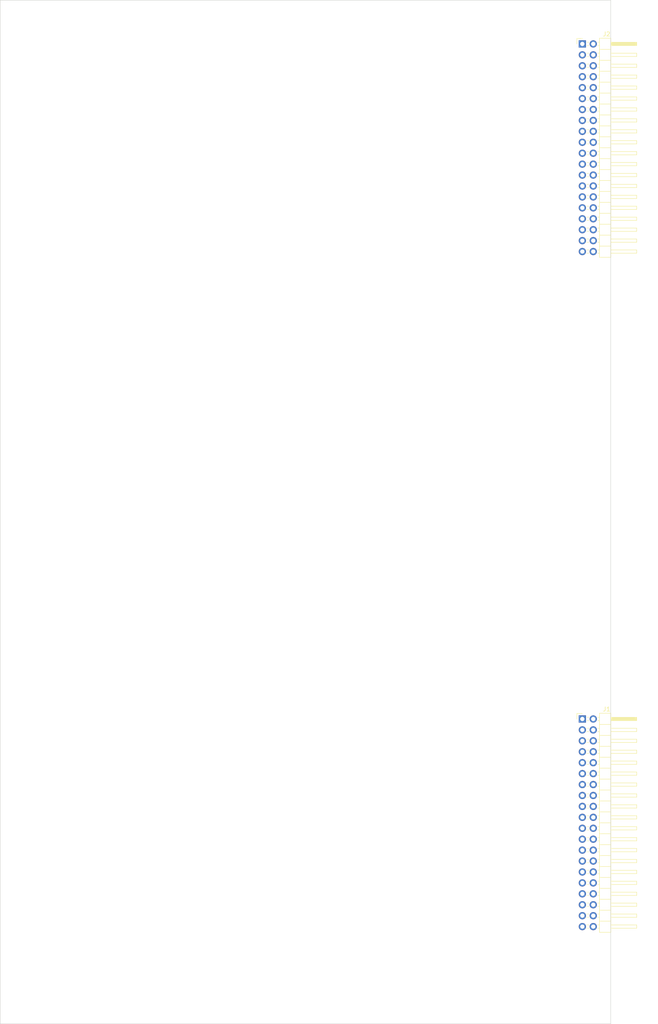
<source format=kicad_pcb>
(kicad_pcb (version 20201220) (generator pcbnew)
  (layers (0 "F.Cu" signal) (31 "B.Cu" signal) (34 "B.Paste" user) (35 "F.Paste" user) (36 "B.SilkS" user "B.Silkscreen") (37 "F.SilkS" user "F.Silkscreen") (38 "B.Mask" user) (39 "F.Mask" user) (44 "Edge.Cuts" user))
  (net 0 "")
  (net 1 "no_connect_35")
  (net 2 "no_connect_33")
  (net 3 "no_connect_32")
  (net 4 "no_connect_31")
  (net 5 "no_connect_30")
  (net 6 "no_connect_29")
  (net 7 "no_connect_28")
  (net 8 "no_connect_27")
  (net 9 "no_connect_26")
  (net 10 "no_connect_25")
  (net 11 "no_connect_24")
  (net 12 "no_connect_22")
  (net 13 "no_connect_21")
  (net 14 "no_connect_20")
  (net 15 "no_connect_19")
  (net 16 "no_connect_18")
  (net 17 "no_connect_17")
  (net 18 "no_connect_16")
  (net 19 "no_connect_15")
  (net 20 "no_connect_14")
  (net 21 "no_connect_13")
  (net 22 "no_connect_11")
  (net 23 "no_connect_10")
  (net 24 "no_connect_9")
  (net 25 "no_connect_8")
  (net 26 "no_connect_7")
  (net 27 "no_connect_6")
  (net 28 "no_connect_5")
  (net 29 "no_connect_4")
  (net 30 "no_connect_3")
  (net 31 "no_connect_2")
  (net 32 "no_connect_40")
  (net 33 "no_connect_39")
  (net 34 "no_connect_38")
  (net 35 "no_connect_37")
  (net 36 "no_connect_36")
  (net 37 "no_connect_34")
  (net 38 "no_connect_23")
  (net 39 "no_connect_12")
  (net 40 "no_connect_1")
  (net 41 "no_connect_75")
  (net 42 "no_connect_73")
  (net 43 "no_connect_72")
  (net 44 "no_connect_71")
  (net 45 "no_connect_70")
  (net 46 "no_connect_69")
  (net 47 "no_connect_68")
  (net 48 "no_connect_67")
  (net 49 "no_connect_66")
  (net 50 "no_connect_65")
  (net 51 "no_connect_64")
  (net 52 "no_connect_62")
  (net 53 "no_connect_61")
  (net 54 "no_connect_60")
  (net 55 "no_connect_59")
  (net 56 "no_connect_58")
  (net 57 "no_connect_57")
  (net 58 "no_connect_56")
  (net 59 "no_connect_55")
  (net 60 "no_connect_54")
  (net 61 "no_connect_53")
  (net 62 "no_connect_51")
  (net 63 "no_connect_50")
  (net 64 "no_connect_49")
  (net 65 "no_connect_48")
  (net 66 "no_connect_47")
  (net 67 "no_connect_46")
  (net 68 "no_connect_45")
  (net 69 "no_connect_44")
  (net 70 "no_connect_43")
  (net 71 "no_connect_42")
  (net 72 "no_connect_80")
  (net 73 "no_connect_79")
  (net 74 "no_connect_78")
  (net 75 "no_connect_77")
  (net 76 "no_connect_76")
  (net 77 "no_connect_74")
  (net 78 "no_connect_63")
  (net 79 "no_connect_52")
  (net 80 "no_connect_41")
  (footprint "Connector_PinHeader_2.54mm:PinHeader_2x20_P2.54mm_Horizontal" (layer "F.Cu") (at 135.48 167.06)
    (fp_text reference "J1" (at 5.655 -2.27) (layer "F.SilkS"))
    (fp_text value "Conn_02x20_Counter_Clockwise")
    (fp_line (start 3.582929 9.78) (end 3.98 9.78) (layer "F.SilkS") (width 0.12))
    (fp_line (start 3.98 8.89) (end 6.64 8.89) (layer "F.SilkS") (width 0.12))
    (fp_line (start 12.64 47.88) (end 12.64 48.64) (layer "F.SilkS") (width 0.12))
    (fp_line (start 6.64 49.59) (end 6.64 -1.33) (layer "F.SilkS") (width 0.12))
    (fp_line (start 12.64 33.4) (end 6.64 33.4) (layer "F.SilkS") (width 0.12))
    (fp_line (start 12.64 7.24) (end 12.64 8) (layer "F.SilkS") (width 0.12))
    (fp_line (start 12.64 30.86) (end 6.64 30.86) (layer "F.SilkS") (width 0.12))
    (fp_line (start 6.64 32.64) (end 12.64 32.64) (layer "F.SilkS") (width 0.12))
    (fp_line (start 12.64 0.38) (end 6.64 0.38) (layer "F.SilkS") (width 0.12))
    (fp_line (start 1.042929 37.72) (end 1.497071 37.72) (layer "F.SilkS") (width 0.12))
    (fp_line (start 3.582929 32.64) (end 3.98 32.64) (layer "F.SilkS") (width 0.12))
    (fp_line (start 12.64 43.56) (end 6.64 43.56) (layer "F.SilkS") (width 0.12))
    (fp_line (start 3.582929 8) (end 3.98 8) (layer "F.SilkS") (width 0.12))
    (fp_line (start 1.042929 48.64) (end 1.497071 48.64) (layer "F.SilkS") (width 0.12))
    (fp_line (start 6.64 47.88) (end 12.64 47.88) (layer "F.SilkS") (width 0.12))
    (fp_line (start 1.042929 45.34) (end 1.497071 45.34) (layer "F.SilkS") (width 0.12))
    (fp_line (start 1.042929 19.94) (end 1.497071 19.94) (layer "F.SilkS") (width 0.12))
    (fp_line (start 1.042929 38.48) (end 1.497071 38.48) (layer "F.SilkS") (width 0.12))
    (fp_line (start 3.98 21.59) (end 6.64 21.59) (layer "F.SilkS") (width 0.12))
    (fp_line (start 3.582929 25.02) (end 3.98 25.02) (layer "F.SilkS") (width 0.12))
    (fp_line (start 6.64 9.78) (end 12.64 9.78) (layer "F.SilkS") (width 0.12))
    (fp_line (start 3.582929 25.78) (end 3.98 25.78) (layer "F.SilkS") (width 0.12))
    (fp_line (start 6.64 42.8) (end 12.64 42.8) (layer "F.SilkS") (width 0.12))
    (fp_line (start 12.64 38.48) (end 6.64 38.48) (layer "F.SilkS") (width 0.12))
    (fp_line (start 12.64 45.34) (end 12.64 46.1) (layer "F.SilkS") (width 0.12))
    (fp_line (start 1.042929 40.26) (end 1.497071 40.26) (layer "F.SilkS") (width 0.12))
    (fp_line (start 12.64 41.02) (end 6.64 41.02) (layer "F.SilkS") (width 0.12))
    (fp_line (start 12.64 13.08) (end 6.64 13.08) (layer "F.SilkS") (width 0.12))
    (fp_line (start 3.582929 0.38) (end 3.98 0.38) (layer "F.SilkS") (width 0.12))
    (fp_line (start 3.98 46.99) (end 6.64 46.99) (layer "F.SilkS") (width 0.12))
    (fp_line (start 3.582929 2.16) (end 3.98 2.16) (layer "F.SilkS") (width 0.12))
    (fp_line (start 1.042929 10.54) (end 1.497071 10.54) (layer "F.SilkS") (width 0.12))
    (fp_line (start 6.64 14.86) (end 12.64 14.86) (layer "F.SilkS") (width 0.12))
    (fp_line (start 3.98 3.81) (end 6.64 3.81) (layer "F.SilkS") (width 0.12))
    (fp_line (start 6.64 -0.2) (end 12.64 -0.2) (layer "F.SilkS") (width 0.12))
    (fp_line (start 6.64 0.28) (end 12.64 0.28) (layer "F.SilkS") (width 0.12))
    (fp_line (start 6.64 17.4) (end 12.64 17.4) (layer "F.SilkS") (width 0.12))
    (fp_line (start 1.042929 25.78) (end 1.497071 25.78) (layer "F.SilkS") (width 0.12))
    (fp_line (start 6.64 37.72) (end 12.64 37.72) (layer "F.SilkS") (width 0.12))
    (fp_line (start 1.042929 33.4) (end 1.497071 33.4) (layer "F.SilkS") (width 0.12))
    (fp_line (start 1.042929 43.56) (end 1.497071 43.56) (layer "F.SilkS") (width 0.12))
    (fp_line (start 3.98 24.13) (end 6.64 24.13) (layer "F.SilkS") (width 0.12))
    (fp_line (start 1.042929 8) (end 1.497071 8) (layer "F.SilkS") (width 0.12))
    (fp_line (start 12.64 -0.38) (end 12.64 0.38) (layer "F.SilkS") (width 0.12))
    (fp_line (start 1.042929 22.48) (end 1.497071 22.48) (layer "F.SilkS") (width 0.12))
    (fp_line (start 3.98 16.51) (end 6.64 16.51) (layer "F.SilkS") (width 0.12))
    (fp_line (start 1.042929 41.02) (end 1.497071 41.02) (layer "F.SilkS") (width 0.12))
    (fp_line (start 6.64 -1.33) (end 3.98 -1.33) (layer "F.SilkS") (width 0.12))
    (fp_line (start 1.042929 46.1) (end 1.497071 46.1) (layer "F.SilkS") (width 0.12))
    (fp_line (start 6.64 30.1) (end 12.64 30.1) (layer "F.SilkS") (width 0.12))
    (fp_line (start 12.64 25.02) (end 12.64 25.78) (layer "F.SilkS") (width 0.12))
    (fp_line (start 1.042929 14.86) (end 1.497071 14.86) (layer "F.SilkS") (width 0.12))
    (fp_line (start 1.042929 5.46) (end 1.497071 5.46) (layer "F.SilkS") (width 0.12))
    (fp_line (start 3.582929 10.54) (end 3.98 10.54) (layer "F.SilkS") (width 0.12))
    (fp_line (start 3.582929 7.24) (end 3.98 7.24) (layer "F.SilkS") (width 0.12))
    (fp_line (start 1.042929 35.18) (end 1.497071 35.18) (layer "F.SilkS") (width 0.12))
    (fp_line (start 3.582929 35.94) (end 3.98 35.94) (layer "F.SilkS") (width 0.12))
    (fp_line (start 6.64 35.18) (end 12.64 35.18) (layer "F.SilkS") (width 0.12))
    (fp_line (start 12.64 17.4) (end 12.64 18.16) (layer "F.SilkS") (width 0.12))
    (fp_line (start 12.64 4.7) (end 12.64 5.46) (layer "F.SilkS") (width 0.12))
    (fp_line (start 1.042929 20.7) (end 1.497071 20.7) (layer "F.SilkS") (width 0.12))
    (fp_line (start 12.64 42.8) (end 12.64 43.56) (layer "F.SilkS") (width 0.12))
    (fp_line (start 3.582929 42.8) (end 3.98 42.8) (layer "F.SilkS") (width 0.12))
    (fp_line (start 3.582929 18.16) (end 3.98 18.16) (layer "F.SilkS") (width 0.12))
    (fp_line (start 3.582929 27.56) (end 3.98 27.56) (layer "F.SilkS") (width 0.12))
    (fp_line (start 12.64 35.94) (end 6.64 35.94) (layer "F.SilkS") (width 0.12))
    (fp_line (start 3.582929 45.34) (end 3.98 45.34) (layer "F.SilkS") (width 0.12))
    (fp_line (start 3.98 11.43) (end 6.64 11.43) (layer "F.SilkS") (width 0.12))
    (fp_line (start 6.64 40.26) (end 12.64 40.26) (layer "F.SilkS") (width 0.12))
    (fp_line (start 3.582929 14.86) (end 3.98 14.86) (layer "F.SilkS") (width 0.12))
    (fp_line (start 3.582929 43.56) (end 3.98 43.56) (layer "F.SilkS") (width 0.12))
    (fp_line (start 1.042929 23.24) (end 1.497071 23.24) (layer "F.SilkS") (width 0.12))
    (fp_line (start 1.042929 13.08) (end 1.497071 13.08) (layer "F.SilkS") (width 0.12))
    (fp_line (start 12.64 32.64) (end 12.64 33.4) (layer "F.SilkS") (width 0.12))
    (fp_line (start 3.582929 12.32) (end 3.98 12.32) (layer "F.SilkS") (width 0.12))
    (fp_line (start 3.98 41.91) (end 6.64 41.91) (layer "F.SilkS") (width 0.12))
    (fp_line (start 3.582929 47.88) (end 3.98 47.88) (layer "F.SilkS") (width 0.12))
    (fp_line (start 12.64 2.16) (end 12.64 2.92) (layer "F.SilkS") (width 0.12))
    (fp_line (start 3.582929 5.46) (end 3.98 5.46) (layer "F.SilkS") (width 0.12))
    (fp_line (start 3.582929 28.32) (end 3.98 28.32) (layer "F.SilkS") (width 0.12))
    (fp_line (start 12.64 27.56) (end 12.64 28.32) (layer "F.SilkS") (width 0.12))
    (fp_line (start 3.582929 4.7) (end 3.98 4.7) (layer "F.SilkS") (width 0.12))
    (fp_line (start 6.64 45.34) (end 12.64 45.34) (layer "F.SilkS") (width 0.12))
    (fp_line (start 3.98 6.35) (end 6.64 6.35) (layer "F.SilkS") (width 0.12))
    (fp_line (start 3.582929 37.72) (end 3.98 37.72) (layer "F.SilkS") (width 0.12))
    (fp_line (start 6.64 7.24) (end 12.64 7.24) (layer "F.SilkS") (width 0.12))
    (fp_line (start 6.64 -0.38) (end 12.64 -0.38) (layer "F.SilkS") (width 0.12))
    (fp_line (start 1.042929 7.24) (end 1.497071 7.24) (layer "F.SilkS") (width 0.12))
    (fp_line (start 1.042929 47.88) (end 1.497071 47.88) (layer "F.SilkS") (width 0.12))
    (fp_line (start 3.98 -1.33) (end 3.98 49.59) (layer "F.SilkS") (width 0.12))
    (fp_line (start 3.98 26.67) (end 6.64 26.67) (layer "F.SilkS") (width 0.12))
    (fp_line (start 6.64 27.56) (end 12.64 27.56) (layer "F.SilkS") (width 0.12))
    (fp_line (start 3.582929 13.08) (end 3.98 13.08) (layer "F.SilkS") (width 0.12))
    (fp_line (start 1.042929 17.4) (end 1.497071 17.4) (layer "F.SilkS") (width 0.12))
    (fp_line (start 3.582929 35.18) (end 3.98 35.18) (layer "F.SilkS") (width 0.12))
    (fp_line (start 3.582929 30.1) (end 3.98 30.1) (layer "F.SilkS") (width 0.12))
    (fp_line (start 1.042929 27.56) (end 1.497071 27.56) (layer "F.SilkS") (width 0.12))
    (fp_line (start 1.042929 42.8) (end 1.497071 42.8) (layer "F.SilkS") (width 0.12))
    (fp_line (start 1.042929 32.64) (end 1.497071 32.64) (layer "F.SilkS") (width 0.12))
    (fp_line (start 3.582929 15.62) (end 3.98 15.62) (layer "F.SilkS") (width 0.12))
    (fp_line (start 3.582929 41.02) (end 3.98 41.02) (layer "F.SilkS") (width 0.12))
    (fp_line (start 3.582929 48.64) (end 3.98 48.64) (layer "F.SilkS") (width 0.12))
    (fp_line (start 1.042929 30.1) (end 1.497071 30.1) (layer "F.SilkS") (width 0.12))
    (fp_line (start 12.64 10.54) (end 6.64 10.54) (layer "F.SilkS") (width 0.12))
    (fp_line (start -1.27 -1.27) (end 0 -1.27) (layer "F.SilkS") (width 0.12))
    (fp_line (start 3.98 39.37) (end 6.64 39.37) (layer "F.SilkS") (width 0.12))
    (fp_line (start 3.582929 46.1) (end 3.98 46.1) (layer "F.SilkS") (width 0.12))
    (fp_line (start 3.98 34.29) (end 6.64 34.29) (layer "F.SilkS") (width 0.12))
    (fp_line (start 3.98 44.45) (end 6.64 44.45) (layer "F.SilkS") (width 0.12))
    (fp_line (start 12.64 35.18) (end 12.64 35.94) (layer "F.SilkS") (width 0.12))
    (fp_line (start 6.64 2.16) (end 12.64 2.16) (layer "F.SilkS") (width 0.12))
    (fp_line (start 6.64 19.94) (end 12.64 19.94) (layer "F.SilkS") (width 0.12))
    (fp_line (start 1.042929 28.32) (end 1.497071 28.32) (layer "F.SilkS") (width 0.12))
    (fp_line (start 3.98 13.97) (end 6.64 13.97) (layer "F.SilkS") (width 0.12))
    (fp_line (start 6.64 0.04) (end 12.64 0.04) (layer "F.SilkS") (width 0.12))
    (fp_line (start 12.64 9.78) (end 12.64 10.54) (layer "F.SilkS") (width 0.12))
    (fp_line (start 1.042929 15.62) (end 1.497071 15.62) (layer "F.SilkS") (width 0.12))
    (fp_line (start 3.582929 2.92) (end 3.98 2.92) (layer "F.SilkS") (width 0.12))
    (fp_line (start 1.042929 25.02) (end 1.497071 25.02) (layer "F.SilkS") (width 0.12))
    (fp_line (start 3.582929 30.86) (end 3.98 30.86) (layer "F.SilkS") (width 0.12))
    (fp_line (start 12.64 19.94) (end 12.64 20.7) (layer "F.SilkS") (width 0.12))
    (fp_line (start 12.64 40.26) (end 12.64 41.02) (layer "F.SilkS") (width 0.12))
    (fp_line (start 1.042929 4.7) (end 1.497071 4.7) (layer "F.SilkS") (width 0.12))
    (fp_line (start 3.582929 20.7) (end 3.98 20.7) (layer "F.SilkS") (width 0.12))
    (fp_line (start 6.64 25.02) (end 12.64 25.02) (layer "F.SilkS") (width 0.12))
    (fp_line (start 3.98 29.21) (end 6.64 29.21) (layer "F.SilkS") (width 0.12))
    (fp_line (start 1.11 -0.38) (end 1.497071 -0.38) (layer "F.SilkS") (width 0.12))
    (fp_line (start 12.64 2.92) (end 6.64 2.92) (layer "F.SilkS") (width 0.12))
    (fp_line (start 12.64 37.72) (end 12.64 38.48) (layer "F.SilkS") (width 0.12))
    (fp_line (start 6.64 -0.08) (end 12.64 -0.08) (layer "F.SilkS") (width 0.12))
    (fp_line (start 12.64 18.16) (end 6.64 18.16) (layer "F.SilkS") (width 0.12))
    (fp_line (start 1.042929 2.16) (end 1.497071 2.16) (layer "F.SilkS") (width 0.12))
    (fp_line (start 12.64 22.48) (end 12.64 23.24) (layer "F.SilkS") (width 0.12))
    (fp_line (start 3.582929 40.26) (end 3.98 40.26) (layer "F.SilkS") (width 0.12))
    (fp_line (start 3.582929 23.24) (end 3.98 23.24) (layer "F.SilkS") (width 0.12))
    (fp_line (start 1.042929 2.92) (end 1.497071 2.92) (layer "F.SilkS") (width 0.12))
    (fp_line (start 6.64 -0.32) (end 12.64 -0.32) (layer "F.SilkS") (width 0.12))
    (fp_line (start 3.98 36.83) (end 6.64 36.83) (layer "F.SilkS") (width 0.12))
    (fp_line (start 3.582929 17.4) (end 3.98 17.4) (layer "F.SilkS") (width 0.12))
    (fp_line (start 12.64 15.62) (end 6.64 15.62) (layer "F.SilkS") (width 0.12))
    (fp_line (start 3.98 31.75) (end 6.64 31.75) (layer "F.SilkS") (width 0.12))
    (fp_line (start 1.11 0.38) (end 1.497071 0.38) (layer "F.SilkS") (width 0.12))
    (fp_line (start 3.98 19.05) (end 6.64 19.05) (layer "F.SilkS") (width 0.12))
    (fp_line (start 12.64 14.86) (end 12.64 15.62) (layer "F.SilkS") (width 0.12))
    (fp_line (start 6.64 22.48) (end 12.64 22.48) (layer "F.SilkS") (width 0.12))
    (fp_line (start 12.64 20.7) (end 6.64 20.7) (layer "F.SilkS") (width 0.12))
    (fp_line (start 3.582929 38.48) (end 3.98 38.48) (layer "F.SilkS") (width 0.12))
    (fp_line (start 1.042929 35.94) (end 1.497071 35.94) (layer "F.SilkS") (width 0.12))
    (fp_line (start 12.64 25.78) (end 6.64 25.78) (layer "F.SilkS") (width 0.12))
    (fp_line (start 1.042929 18.16) (end 1.497071 18.16) (layer "F.SilkS") (width 0.12))
    (fp_line (start -1.27 0) (end -1.27 -1.27) (layer "F.SilkS") (width 0.12))
    (fp_line (start 6.64 12.32) (end 12.64 12.32) (layer "F.SilkS") (width 0.12))
    (fp_line (start 3.582929 22.48) (end 3.98 22.48) (layer "F.SilkS") (width 0.12))
    (fp_line (start 12.64 46.1) (end 6.64 46.1) (layer "F.SilkS") (width 0.12))
    (fp_line (start 12.64 5.46) (end 6.64 5.46) (layer "F.SilkS") (width 0.12))
    (fp_line (start 3.98 1.27) (end 6.64 1.27) (layer "F.SilkS") (width 0.12))
    (fp_line (start 6.64 0.16) (end 12.64 0.16) (layer "F.SilkS") (width 0.12))
    (fp_line (start 1.042929 30.86) (end 1.497071 30.86) (layer "F.SilkS") (width 0.12))
    (fp_line (start 12.64 12.32) (end 12.64 13.08) (layer "F.SilkS") (width 0.12))
    (fp_line (start 3.582929 33.4) (end 3.98 33.4) (layer "F.SilkS") (width 0.12))
    (fp_line (start 12.64 30.1) (end 12.64 30.86) (layer "F.SilkS") (width 0.12))
    (fp_line (start 3.582929 -0.38) (end 3.98 -0.38) (layer "F.SilkS") (width 0.12))
    (fp_line (start 6.64 4.7) (end 12.64 4.7) (layer "F.SilkS") (width 0.12))
    (fp_line (start 12.64 48.64) (end 6.64 48.64) (layer "F.SilkS") (width 0.12))
    (fp_line (start 12.64 28.32) (end 6.64 28.32) (layer "F.SilkS") (width 0.12))
    (fp_line (start 3.582929 19.94) (end 3.98 19.94) (layer "F.SilkS") (width 0.12))
    (fp_line (start 1.042929 9.78) (end 1.497071 9.78) (layer "F.SilkS") (width 0.12))
    (fp_line (start 12.64 8) (end 6.64 8) (layer "F.SilkS") (width 0.12))
    (fp_line (start 3.98 49.59) (end 6.64 49.59) (layer "F.SilkS") (width 0.12))
    (fp_line (start 1.042929 12.32) (end 1.497071 12.32) (layer "F.SilkS") (width 0.12))
    (fp_line (start 12.64 23.24) (end 6.64 23.24) (layer "F.SilkS") (width 0.12))
    (pad "1" thru_hole rect (at 0 0) (size 1.7 1.7) (drill 1) (layers *.Cu *.Mask) (net 40 "no_connect_1"))
    (pad "2" thru_hole oval (at 2.54 0) (size 1.7 1.7) (drill 1) (layers *.Cu *.Mask) (net 39 "no_connect_12"))
    (pad "3" thru_hole oval (at 0 2.54) (size 1.7 1.7) (drill 1) (layers *.Cu *.Mask) (net 38 "no_connect_23"))
    (pad "4" thru_hole oval (at 2.54 2.54) (size 1.7 1.7) (drill 1) (layers *.Cu *.Mask) (net 37 "no_connect_34"))
    (pad "5" thru_hole oval (at 0 5.08) (size 1.7 1.7) (drill 1) (layers *.Cu *.Mask) (net 36 "no_connect_36"))
    (pad "6" thru_hole oval (at 2.54 5.08) (size 1.7 1.7) (drill 1) (layers *.Cu *.Mask) (net 35 "no_connect_37"))
    (pad "7" thru_hole oval (at 0 7.62) (size 1.7 1.7) (drill 1) (layers *.Cu *.Mask) (net 34 "no_connect_38"))
    (pad "8" thru_hole oval (at 2.54 7.62) (size 1.7 1.7) (drill 1) (layers *.Cu *.Mask) (net 33 "no_connect_39"))
    (pad "9" thru_hole oval (at 0 10.16) (size 1.7 1.7) (drill 1) (layers *.Cu *.Mask) (net 32 "no_connect_40"))
    (pad "10" thru_hole oval (at 2.54 10.16) (size 1.7 1.7) (drill 1) (layers *.Cu *.Mask) (net 31 "no_connect_2"))
    (pad "11" thru_hole oval (at 0 12.7) (size 1.7 1.7) (drill 1) (layers *.Cu *.Mask) (net 30 "no_connect_3"))
    (pad "12" thru_hole oval (at 2.54 12.7) (size 1.7 1.7) (drill 1) (layers *.Cu *.Mask) (net 29 "no_connect_4"))
    (pad "13" thru_hole oval (at 0 15.24) (size 1.7 1.7) (drill 1) (layers *.Cu *.Mask) (net 28 "no_connect_5"))
    (pad "14" thru_hole oval (at 2.54 15.24) (size 1.7 1.7) (drill 1) (layers *.Cu *.Mask) (net 27 "no_connect_6"))
    (pad "15" thru_hole oval (at 0 17.78) (size 1.7 1.7) (drill 1) (layers *.Cu *.Mask) (net 26 "no_connect_7"))
    (pad "16" thru_hole oval (at 2.54 17.78) (size 1.7 1.7) (drill 1) (layers *.Cu *.Mask) (net 25 "no_connect_8"))
    (pad "17" thru_hole oval (at 0 20.32) (size 1.7 1.7) (drill 1) (layers *.Cu *.Mask) (net 24 "no_connect_9"))
    (pad "18" thru_hole oval (at 2.54 20.32) (size 1.7 1.7) (drill 1) (layers *.Cu *.Mask) (net 23 "no_connect_10"))
    (pad "19" thru_hole oval (at 0 22.86) (size 1.7 1.7) (drill 1) (layers *.Cu *.Mask) (net 22 "no_connect_11"))
    (pad "20" thru_hole oval (at 2.54 22.86) (size 1.7 1.7) (drill 1) (layers *.Cu *.Mask) (net 21 "no_connect_13"))
    (pad "21" thru_hole oval (at 0 25.4) (size 1.7 1.7) (drill 1) (layers *.Cu *.Mask) (net 20 "no_connect_14"))
    (pad "22" thru_hole oval (at 2.54 25.4) (size 1.7 1.7) (drill 1) (layers *.Cu *.Mask) (net 19 "no_connect_15"))
    (pad "23" thru_hole oval (at 0 27.94) (size 1.7 1.7) (drill 1) (layers *.Cu *.Mask) (net 18 "no_connect_16"))
    (pad "24" thru_hole oval (at 2.54 27.94) (size 1.7 1.7) (drill 1) (layers *.Cu *.Mask) (net 17 "no_connect_17"))
    (pad "25" thru_hole oval (at 0 30.48) (size 1.7 1.7) (drill 1) (layers *.Cu *.Mask) (net 16 "no_connect_18"))
    (pad "26" thru_hole oval (at 2.54 30.48) (size 1.7 1.7) (drill 1) (layers *.Cu *.Mask) (net 15 "no_connect_19"))
    (pad "27" thru_hole oval (at 0 33.02) (size 1.7 1.7) (drill 1) (layers *.Cu *.Mask) (net 14 "no_connect_20"))
    (pad "28" thru_hole oval (at 2.54 33.02) (size 1.7 1.7) (drill 1) (layers *.Cu *.Mask) (net 13 "no_connect_21"))
    (pad "29" thru_hole oval (at 0 35.56) (size 1.7 1.7) (drill 1) (layers *.Cu *.Mask) (net 12 "no_connect_22"))
    (pad "30" thru_hole oval (at 2.54 35.56) (size 1.7 1.7) (drill 1) (layers *.Cu *.Mask) (net 11 "no_connect_24"))
    (pad "31" thru_hole oval (at 0 38.1) (size 1.7 1.7) (drill 1) (layers *.Cu *.Mask) (net 10 "no_connect_25"))
    (pad "32" thru_hole oval (at 2.54 38.1) (size 1.7 1.7) (drill 1) (layers *.Cu *.Mask) (net 9 "no_connect_26"))
    (pad "33" thru_hole oval (at 0 40.64) (size 1.7 1.7) (drill 1) (layers *.Cu *.Mask) (net 8 "no_connect_27"))
    (pad "34" thru_hole oval (at 2.54 40.64) (size 1.7 1.7) (drill 1) (layers *.Cu *.Mask) (net 7 "no_connect_28"))
    (pad "35" thru_hole oval (at 0 43.18) (size 1.7 1.7) (drill 1) (layers *.Cu *.Mask) (net 6 "no_connect_29"))
    (pad "36" thru_hole oval (at 2.54 43.18) (size 1.7 1.7) (drill 1) (layers *.Cu *.Mask) (net 5 "no_connect_30"))
    (pad "37" thru_hole oval (at 0 45.72) (size 1.7 1.7) (drill 1) (layers *.Cu *.Mask) (net 4 "no_connect_31"))
    (pad "38" thru_hole oval (at 2.54 45.72) (size 1.7 1.7) (drill 1) (layers *.Cu *.Mask) (net 3 "no_connect_32"))
    (pad "39" thru_hole oval (at 0 48.26) (size 1.7 1.7) (drill 1) (layers *.Cu *.Mask) (net 2 "no_connect_33"))
    (pad "40" thru_hole oval (at 2.54 48.26) (size 1.7 1.7) (drill 1) (layers *.Cu *.Mask) (net 1 "no_connect_35"))
  )
  (footprint "Connector_PinHeader_2.54mm:PinHeader_2x20_P2.54mm_Horizontal" (layer "F.Cu") (at 135.48 10.16)
    (fp_text reference "J2" (at 5.655 -2.27) (layer "F.SilkS"))
    (fp_text value "Conn_02x20_Counter_Clockwise")
    (fp_line (start 1.042929 46.1) (end 1.497071 46.1) (layer "F.SilkS") (width 0.12))
    (fp_line (start 1.042929 12.32) (end 1.497071 12.32) (layer "F.SilkS") (width 0.12))
    (fp_line (start 3.98 44.45) (end 6.64 44.45) (layer "F.SilkS") (width 0.12))
    (fp_line (start 1.042929 40.26) (end 1.497071 40.26) (layer "F.SilkS") (width 0.12))
    (fp_line (start 3.98 36.83) (end 6.64 36.83) (layer "F.SilkS") (width 0.12))
    (fp_line (start 3.582929 7.24) (end 3.98 7.24) (layer "F.SilkS") (width 0.12))
    (fp_line (start 3.98 16.51) (end 6.64 16.51) (layer "F.SilkS") (width 0.12))
    (fp_line (start 3.582929 28.32) (end 3.98 28.32) (layer "F.SilkS") (width 0.12))
    (fp_line (start 12.64 33.4) (end 6.64 33.4) (layer "F.SilkS") (width 0.12))
    (fp_line (start 3.582929 5.46) (end 3.98 5.46) (layer "F.SilkS") (width 0.12))
    (fp_line (start 3.98 34.29) (end 6.64 34.29) (layer "F.SilkS") (width 0.12))
    (fp_line (start 6.64 -0.38) (end 12.64 -0.38) (layer "F.SilkS") (width 0.12))
    (fp_line (start 12.64 9.78) (end 12.64 10.54) (layer "F.SilkS") (width 0.12))
    (fp_line (start 1.042929 27.56) (end 1.497071 27.56) (layer "F.SilkS") (width 0.12))
    (fp_line (start 6.64 -1.33) (end 3.98 -1.33) (layer "F.SilkS") (width 0.12))
    (fp_line (start 12.64 5.46) (end 6.64 5.46) (layer "F.SilkS") (width 0.12))
    (fp_line (start 3.582929 4.7) (end 3.98 4.7) (layer "F.SilkS") (width 0.12))
    (fp_line (start 3.582929 18.16) (end 3.98 18.16) (layer "F.SilkS") (width 0.12))
    (fp_line (start 1.042929 4.7) (end 1.497071 4.7) (layer "F.SilkS") (width 0.12))
    (fp_line (start 6.64 -0.08) (end 12.64 -0.08) (layer "F.SilkS") (width 0.12))
    (fp_line (start 3.582929 10.54) (end 3.98 10.54) (layer "F.SilkS") (width 0.12))
    (fp_line (start 3.582929 37.72) (end 3.98 37.72) (layer "F.SilkS") (width 0.12))
    (fp_line (start 6.64 0.16) (end 12.64 0.16) (layer "F.SilkS") (width 0.12))
    (fp_line (start 12.64 7.24) (end 12.64 8) (layer "F.SilkS") (width 0.12))
    (fp_line (start 3.582929 -0.38) (end 3.98 -0.38) (layer "F.SilkS") (width 0.12))
    (fp_line (start 6.64 40.26) (end 12.64 40.26) (layer "F.SilkS") (width 0.12))
    (fp_line (start 12.64 0.38) (end 6.64 0.38) (layer "F.SilkS") (width 0.12))
    (fp_line (start 6.64 -0.2) (end 12.64 -0.2) (layer "F.SilkS") (width 0.12))
    (fp_line (start 12.64 8) (end 6.64 8) (layer "F.SilkS") (width 0.12))
    (fp_line (start 1.042929 32.64) (end 1.497071 32.64) (layer "F.SilkS") (width 0.12))
    (fp_line (start 6.64 9.78) (end 12.64 9.78) (layer "F.SilkS") (width 0.12))
    (fp_line (start 3.98 49.59) (end 6.64 49.59) (layer "F.SilkS") (width 0.12))
    (fp_line (start 12.64 37.72) (end 12.64 38.48) (layer "F.SilkS") (width 0.12))
    (fp_line (start 6.64 19.94) (end 12.64 19.94) (layer "F.SilkS") (width 0.12))
    (fp_line (start 3.98 3.81) (end 6.64 3.81) (layer "F.SilkS") (width 0.12))
    (fp_line (start 3.582929 45.34) (end 3.98 45.34) (layer "F.SilkS") (width 0.12))
    (fp_line (start 12.64 38.48) (end 6.64 38.48) (layer "F.SilkS") (width 0.12))
    (fp_line (start 3.582929 0.38) (end 3.98 0.38) (layer "F.SilkS") (width 0.12))
    (fp_line (start 1.11 0.38) (end 1.497071 0.38) (layer "F.SilkS") (width 0.12))
    (fp_line (start 3.98 -1.33) (end 3.98 49.59) (layer "F.SilkS") (width 0.12))
    (fp_line (start 12.64 28.32) (end 6.64 28.32) (layer "F.SilkS") (width 0.12))
    (fp_line (start 3.582929 48.64) (end 3.98 48.64) (layer "F.SilkS") (width 0.12))
    (fp_line (start 3.98 6.35) (end 6.64 6.35) (layer "F.SilkS") (width 0.12))
    (fp_line (start 1.042929 43.56) (end 1.497071 43.56) (layer "F.SilkS") (width 0.12))
    (fp_line (start 3.582929 15.62) (end 3.98 15.62) (layer "F.SilkS") (width 0.12))
    (fp_line (start 1.042929 30.86) (end 1.497071 30.86) (layer "F.SilkS") (width 0.12))
    (fp_line (start 3.582929 2.16) (end 3.98 2.16) (layer "F.SilkS") (width 0.12))
    (fp_line (start 3.582929 19.94) (end 3.98 19.94) (layer "F.SilkS") (width 0.12))
    (fp_line (start 12.64 40.26) (end 12.64 41.02) (layer "F.SilkS") (width 0.12))
    (fp_line (start 1.042929 22.48) (end 1.497071 22.48) (layer "F.SilkS") (width 0.12))
    (fp_line (start 1.042929 33.4) (end 1.497071 33.4) (layer "F.SilkS") (width 0.12))
    (fp_line (start 12.64 27.56) (end 12.64 28.32) (layer "F.SilkS") (width 0.12))
    (fp_line (start 3.582929 47.88) (end 3.98 47.88) (layer "F.SilkS") (width 0.12))
    (fp_line (start -1.27 0) (end -1.27 -1.27) (layer "F.SilkS") (width 0.12))
    (fp_line (start 1.042929 20.7) (end 1.497071 20.7) (layer "F.SilkS") (width 0.12))
    (fp_line (start 12.64 48.64) (end 6.64 48.64) (layer "F.SilkS") (width 0.12))
    (fp_line (start 6.64 14.86) (end 12.64 14.86) (layer "F.SilkS") (width 0.12))
    (fp_line (start 1.042929 18.16) (end 1.497071 18.16) (layer "F.SilkS") (width 0.12))
    (fp_line (start 6.64 2.16) (end 12.64 2.16) (layer "F.SilkS") (width 0.12))
    (fp_line (start 3.582929 8) (end 3.98 8) (layer "F.SilkS") (width 0.12))
    (fp_line (start 12.64 22.48) (end 12.64 23.24) (layer "F.SilkS") (width 0.12))
    (fp_line (start 1.042929 15.62) (end 1.497071 15.62) (layer "F.SilkS") (width 0.12))
    (fp_line (start 3.582929 12.32) (end 3.98 12.32) (layer "F.SilkS") (width 0.12))
    (fp_line (start 1.042929 35.18) (end 1.497071 35.18) (layer "F.SilkS") (width 0.12))
    (fp_line (start 6.64 17.4) (end 12.64 17.4) (layer "F.SilkS") (width 0.12))
    (fp_line (start 3.582929 35.94) (end 3.98 35.94) (layer "F.SilkS") (width 0.12))
    (fp_line (start 6.64 47.88) (end 12.64 47.88) (layer "F.SilkS") (width 0.12))
    (fp_line (start 12.64 25.78) (end 6.64 25.78) (layer "F.SilkS") (width 0.12))
    (fp_line (start 3.98 41.91) (end 6.64 41.91) (layer "F.SilkS") (width 0.12))
    (fp_line (start 12.64 20.7) (end 6.64 20.7) (layer "F.SilkS") (width 0.12))
    (fp_line (start 6.64 27.56) (end 12.64 27.56) (layer "F.SilkS") (width 0.12))
    (fp_line (start 12.64 2.92) (end 6.64 2.92) (layer "F.SilkS") (width 0.12))
    (fp_line (start 12.64 17.4) (end 12.64 18.16) (layer "F.SilkS") (width 0.12))
    (fp_line (start 3.582929 22.48) (end 3.98 22.48) (layer "F.SilkS") (width 0.12))
    (fp_line (start 3.582929 41.02) (end 3.98 41.02) (layer "F.SilkS") (width 0.12))
    (fp_line (start 3.582929 20.7) (end 3.98 20.7) (layer "F.SilkS") (width 0.12))
    (fp_line (start 12.64 45.34) (end 12.64 46.1) (layer "F.SilkS") (width 0.12))
    (fp_line (start 1.042929 25.02) (end 1.497071 25.02) (layer "F.SilkS") (width 0.12))
    (fp_line (start 12.64 35.18) (end 12.64 35.94) (layer "F.SilkS") (width 0.12))
    (fp_line (start 3.98 24.13) (end 6.64 24.13) (layer "F.SilkS") (width 0.12))
    (fp_line (start 1.042929 10.54) (end 1.497071 10.54) (layer "F.SilkS") (width 0.12))
    (fp_line (start 6.64 45.34) (end 12.64 45.34) (layer "F.SilkS") (width 0.12))
    (fp_line (start 3.582929 35.18) (end 3.98 35.18) (layer "F.SilkS") (width 0.12))
    (fp_line (start 1.042929 14.86) (end 1.497071 14.86) (layer "F.SilkS") (width 0.12))
    (fp_line (start 1.042929 37.72) (end 1.497071 37.72) (layer "F.SilkS") (width 0.12))
    (fp_line (start 1.042929 19.94) (end 1.497071 19.94) (layer "F.SilkS") (width 0.12))
    (fp_line (start 6.64 0.04) (end 12.64 0.04) (layer "F.SilkS") (width 0.12))
    (fp_line (start 6.64 7.24) (end 12.64 7.24) (layer "F.SilkS") (width 0.12))
    (fp_line (start 3.98 21.59) (end 6.64 21.59) (layer "F.SilkS") (width 0.12))
    (fp_line (start 3.98 13.97) (end 6.64 13.97) (layer "F.SilkS") (width 0.12))
    (fp_line (start 12.64 4.7) (end 12.64 5.46) (layer "F.SilkS") (width 0.12))
    (fp_line (start 1.042929 23.24) (end 1.497071 23.24) (layer "F.SilkS") (width 0.12))
    (fp_line (start 1.042929 5.46) (end 1.497071 5.46) (layer "F.SilkS") (width 0.12))
    (fp_line (start 3.582929 17.4) (end 3.98 17.4) (layer "F.SilkS") (width 0.12))
    (fp_line (start 6.64 4.7) (end 12.64 4.7) (layer "F.SilkS") (width 0.12))
    (fp_line (start 12.64 14.86) (end 12.64 15.62) (layer "F.SilkS") (width 0.12))
    (fp_line (start 3.582929 2.92) (end 3.98 2.92) (layer "F.SilkS") (width 0.12))
    (fp_line (start 6.64 -0.32) (end 12.64 -0.32) (layer "F.SilkS") (width 0.12))
    (fp_line (start 3.582929 25.78) (end 3.98 25.78) (layer "F.SilkS") (width 0.12))
    (fp_line (start 3.582929 33.4) (end 3.98 33.4) (layer "F.SilkS") (width 0.12))
    (fp_line (start 12.64 43.56) (end 6.64 43.56) (layer "F.SilkS") (width 0.12))
    (fp_line (start 3.98 11.43) (end 6.64 11.43) (layer "F.SilkS") (width 0.12))
    (fp_line (start 12.64 19.94) (end 12.64 20.7) (layer "F.SilkS") (width 0.12))
    (fp_line (start 3.582929 27.56) (end 3.98 27.56) (layer "F.SilkS") (width 0.12))
    (fp_line (start 12.64 41.02) (end 6.64 41.02) (layer "F.SilkS") (width 0.12))
    (fp_line (start 3.582929 13.08) (end 3.98 13.08) (layer "F.SilkS") (width 0.12))
    (fp_line (start 3.582929 14.86) (end 3.98 14.86) (layer "F.SilkS") (width 0.12))
    (fp_line (start 12.64 15.62) (end 6.64 15.62) (layer "F.SilkS") (width 0.12))
    (fp_line (start 3.582929 40.26) (end 3.98 40.26) (layer "F.SilkS") (width 0.12))
    (fp_line (start 12.64 18.16) (end 6.64 18.16) (layer "F.SilkS") (width 0.12))
    (fp_line (start 6.64 12.32) (end 12.64 12.32) (layer "F.SilkS") (width 0.12))
    (fp_line (start 12.64 46.1) (end 6.64 46.1) (layer "F.SilkS") (width 0.12))
    (fp_line (start 1.042929 17.4) (end 1.497071 17.4) (layer "F.SilkS") (width 0.12))
    (fp_line (start 1.042929 38.48) (end 1.497071 38.48) (layer "F.SilkS") (width 0.12))
    (fp_line (start 1.042929 28.32) (end 1.497071 28.32) (layer "F.SilkS") (width 0.12))
    (fp_line (start 1.042929 42.8) (end 1.497071 42.8) (layer "F.SilkS") (width 0.12))
    (fp_line (start 1.11 -0.38) (end 1.497071 -0.38) (layer "F.SilkS") (width 0.12))
    (fp_line (start 12.64 -0.38) (end 12.64 0.38) (layer "F.SilkS") (width 0.12))
    (fp_line (start 1.042929 2.16) (end 1.497071 2.16) (layer "F.SilkS") (width 0.12))
    (fp_line (start 3.98 8.89) (end 6.64 8.89) (layer "F.SilkS") (width 0.12))
    (fp_line (start 12.64 23.24) (end 6.64 23.24) (layer "F.SilkS") (width 0.12))
    (fp_line (start 3.582929 46.1) (end 3.98 46.1) (layer "F.SilkS") (width 0.12))
    (fp_line (start 3.582929 38.48) (end 3.98 38.48) (layer "F.SilkS") (width 0.12))
    (fp_line (start 1.042929 47.88) (end 1.497071 47.88) (layer "F.SilkS") (width 0.12))
    (fp_line (start 1.042929 9.78) (end 1.497071 9.78) (layer "F.SilkS") (width 0.12))
    (fp_line (start 1.042929 8) (end 1.497071 8) (layer "F.SilkS") (width 0.12))
    (fp_line (start 3.582929 30.86) (end 3.98 30.86) (layer "F.SilkS") (width 0.12))
    (fp_line (start 12.64 13.08) (end 6.64 13.08) (layer "F.SilkS") (width 0.12))
    (fp_line (start 12.64 25.02) (end 12.64 25.78) (layer "F.SilkS") (width 0.12))
    (fp_line (start 1.042929 30.1) (end 1.497071 30.1) (layer "F.SilkS") (width 0.12))
    (fp_line (start 3.582929 25.02) (end 3.98 25.02) (layer "F.SilkS") (width 0.12))
    (fp_line (start 6.64 22.48) (end 12.64 22.48) (layer "F.SilkS") (width 0.12))
    (fp_line (start 6.64 42.8) (end 12.64 42.8) (layer "F.SilkS") (width 0.12))
    (fp_line (start 1.042929 35.94) (end 1.497071 35.94) (layer "F.SilkS") (width 0.12))
    (fp_line (start 12.64 10.54) (end 6.64 10.54) (layer "F.SilkS") (width 0.12))
    (fp_line (start 12.64 2.16) (end 12.64 2.92) (layer "F.SilkS") (width 0.12))
    (fp_line (start 3.98 1.27) (end 6.64 1.27) (layer "F.SilkS") (width 0.12))
    (fp_line (start 1.042929 41.02) (end 1.497071 41.02) (layer "F.SilkS") (width 0.12))
    (fp_line (start 12.64 12.32) (end 12.64 13.08) (layer "F.SilkS") (width 0.12))
    (fp_line (start 3.582929 42.8) (end 3.98 42.8) (layer "F.SilkS") (width 0.12))
    (fp_line (start 12.64 32.64) (end 12.64 33.4) (layer "F.SilkS") (width 0.12))
    (fp_line (start 6.64 37.72) (end 12.64 37.72) (layer "F.SilkS") (width 0.12))
    (fp_line (start 6.64 30.1) (end 12.64 30.1) (layer "F.SilkS") (width 0.12))
    (fp_line (start 1.042929 13.08) (end 1.497071 13.08) (layer "F.SilkS") (width 0.12))
    (fp_line (start 3.98 39.37) (end 6.64 39.37) (layer "F.SilkS") (width 0.12))
    (fp_line (start 1.042929 48.64) (end 1.497071 48.64) (layer "F.SilkS") (width 0.12))
    (fp_line (start 6.64 32.64) (end 12.64 32.64) (layer "F.SilkS") (width 0.12))
    (fp_line (start 6.64 25.02) (end 12.64 25.02) (layer "F.SilkS") (width 0.12))
    (fp_line (start 12.64 30.86) (end 6.64 30.86) (layer "F.SilkS") (width 0.12))
    (fp_line (start 1.042929 45.34) (end 1.497071 45.34) (layer "F.SilkS") (width 0.12))
    (fp_line (start 6.64 0.28) (end 12.64 0.28) (layer "F.SilkS") (width 0.12))
    (fp_line (start 12.64 47.88) (end 12.64 48.64) (layer "F.SilkS") (width 0.12))
    (fp_line (start 3.582929 9.78) (end 3.98 9.78) (layer "F.SilkS") (width 0.12))
    (fp_line (start 3.98 26.67) (end 6.64 26.67) (layer "F.SilkS") (width 0.12))
    (fp_line (start 1.042929 2.92) (end 1.497071 2.92) (layer "F.SilkS") (width 0.12))
    (fp_line (start 3.98 31.75) (end 6.64 31.75) (layer "F.SilkS") (width 0.12))
    (fp_line (start 1.042929 25.78) (end 1.497071 25.78) (layer "F.SilkS") (width 0.12))
    (fp_line (start 6.64 35.18) (end 12.64 35.18) (layer "F.SilkS") (width 0.12))
    (fp_line (start 3.98 29.21) (end 6.64 29.21) (layer "F.SilkS") (width 0.12))
    (fp_line (start 3.98 19.05) (end 6.64 19.05) (layer "F.SilkS") (width 0.12))
    (fp_line (start 3.582929 32.64) (end 3.98 32.64) (layer "F.SilkS") (width 0.12))
    (fp_line (start 3.582929 43.56) (end 3.98 43.56) (layer "F.SilkS") (width 0.12))
    (fp_line (start 6.64 49.59) (end 6.64 -1.33) (layer "F.SilkS") (width 0.12))
    (fp_line (start 12.64 30.1) (end 12.64 30.86) (layer "F.SilkS") (width 0.12))
    (fp_line (start 3.98 46.99) (end 6.64 46.99) (layer "F.SilkS") (width 0.12))
    (fp_line (start 12.64 35.94) (end 6.64 35.94) (layer "F.SilkS") (width 0.12))
    (fp_line (start 3.582929 23.24) (end 3.98 23.24) (layer "F.SilkS") (width 0.12))
    (fp_line (start 1.042929 7.24) (end 1.497071 7.24) (layer "F.SilkS") (width 0.12))
    (fp_line (start 3.582929 30.1) (end 3.98 30.1) (layer "F.SilkS") (width 0.12))
    (fp_line (start -1.27 -1.27) (end 0 -1.27) (layer "F.SilkS") (width 0.12))
    (fp_line (start 12.64 42.8) (end 12.64 43.56) (layer "F.SilkS") (width 0.12))
    (pad "1" thru_hole rect (at 0 0) (size 1.7 1.7) (drill 1) (layers *.Cu *.Mask) (net 80 "no_connect_41"))
    (pad "2" thru_hole oval (at 2.54 0) (size 1.7 1.7) (drill 1) (layers *.Cu *.Mask) (net 79 "no_connect_52"))
    (pad "3" thru_hole oval (at 0 2.54) (size 1.7 1.7) (drill 1) (layers *.Cu *.Mask) (net 78 "no_connect_63"))
    (pad "4" thru_hole oval (at 2.54 2.54) (size 1.7 1.7) (drill 1) (layers *.Cu *.Mask) (net 77 "no_connect_74"))
    (pad "5" thru_hole oval (at 0 5.08) (size 1.7 1.7) (drill 1) (layers *.Cu *.Mask) (net 76 "no_connect_76"))
    (pad "6" thru_hole oval (at 2.54 5.08) (size 1.7 1.7) (drill 1) (layers *.Cu *.Mask) (net 75 "no_connect_77"))
    (pad "7" thru_hole oval (at 0 7.62) (size 1.7 1.7) (drill 1) (layers *.Cu *.Mask) (net 74 "no_connect_78"))
    (pad "8" thru_hole oval (at 2.54 7.62) (size 1.7 1.7) (drill 1) (layers *.Cu *.Mask) (net 73 "no_connect_79"))
    (pad "9" thru_hole oval (at 0 10.16) (size 1.7 1.7) (drill 1) (layers *.Cu *.Mask) (net 72 "no_connect_80"))
    (pad "10" thru_hole oval (at 2.54 10.16) (size 1.7 1.7) (drill 1) (layers *.Cu *.Mask) (net 71 "no_connect_42"))
    (pad "11" thru_hole oval (at 0 12.7) (size 1.7 1.7) (drill 1) (layers *.Cu *.Mask) (net 70 "no_connect_43"))
    (pad "12" thru_hole oval (at 2.54 12.7) (size 1.7 1.7) (drill 1) (layers *.Cu *.Mask) (net 69 "no_connect_44"))
    (pad "13" thru_hole oval (at 0 15.24) (size 1.7 1.7) (drill 1) (layers *.Cu *.Mask) (net 68 "no_connect_45"))
    (pad "14" thru_hole oval (at 2.54 15.24) (size 1.7 1.7) (drill 1) (layers *.Cu *.Mask) (net 67 "no_connect_46"))
    (pad "15" thru_hole oval (at 0 17.78) (size 1.7 1.7) (drill 1) (layers *.Cu *.Mask) (net 66 "no_connect_47"))
    (pad "16" thru_hole oval (at 2.54 17.78) (size 1.7 1.7) (drill 1) (layers *.Cu *.Mask) (net 65 "no_connect_48"))
    (pad "17" thru_hole oval (at 0 20.32) (size 1.7 1.7) (drill 1) (layers *.Cu *.Mask) (net 64 "no_connect_49"))
    (pad "18" thru_hole oval (at 2.54 20.32) (size 1.7 1.7) (drill 1) (layers *.Cu *.Mask) (net 63 "no_connect_50"))
    (pad "19" thru_hole oval (at 0 22.86) (size 1.7 1.7) (drill 1) (layers *.Cu *.Mask) (net 62 "no_connect_51"))
    (pad "20" thru_hole oval (at 2.54 22.86) (size 1.7 1.7) (drill 1) (layers *.Cu *.Mask) (net 61 "no_connect_53"))
    (pad "21" thru_hole oval (at 0 25.4) (size 1.7 1.7) (drill 1) (layers *.Cu *.Mask) (net 60 "no_connect_54"))
    (pad "22" thru_hole oval (at 2.54 25.4) (size 1.7 1.7) (drill 1) (layers *.Cu *.Mask) (net 59 "no_connect_55"))
    (pad "23" thru_hole oval (at 0 27.94) (size 1.7 1.7) (drill 1) (layers *.Cu *.Mask) (net 58 "no_connect_56"))
    (pad "24" thru_hole oval (at 2.54 27.94) (size 1.7 1.7) (drill 1) (layers *.Cu *.Mask) (net 57 "no_connect_57"))
    (pad "25" thru_hole oval (at 0 30.48) (size 1.7 1.7) (drill 1) (layers *.Cu *.Mask) (net 56 "no_connect_58"))
    (pad "26" thru_hole oval (at 2.54 30.48) (size 1.7 1.7) (drill 1) (layers *.Cu *.Mask) (net 55 "no_connect_59"))
    (pad "27" thru_hole oval (at 0 33.02) (size 1.7 1.7) (drill 1) (layers *.Cu *.Mask) (net 54 "no_connect_60"))
    (pad "28" thru_hole oval (at 2.54 33.02) (size 1.7 1.7) (drill 1) (layers *.Cu *.Mask) (net 53 "no_connect_61"))
    (pad "29" thru_hole oval (at 0 35.56) (size 1.7 1.7) (drill 1) (layers *.Cu *.Mask) (net 52 "no_connect_62"))
    (pad "30" thru_hole oval (at 2.54 35.56) (size 1.7 1.7) (drill 1) (layers *.Cu *.Mask) (net 51 "no_connect_64"))
    (pad "31" thru_hole oval (at 0 38.1) (size 1.7 1.7) (drill 1) (layers *.Cu *.Mask) (net 50 "no_connect_65"))
    (pad "32" thru_hole oval (at 2.54 38.1) (size 1.7 1.7) (drill 1) (layers *.Cu *.Mask) (net 49 "no_connect_66"))
    (pad "33" thru_hole oval (at 0 40.64) (size 1.7 1.7) (drill 1) (layers *.Cu *.Mask) (net 48 "no_connect_67"))
    (pad "34" thru_hole oval (at 2.54 40.64) (size 1.7 1.7) (drill 1) (layers *.Cu *.Mask) (net 47 "no_connect_68"))
    (pad "35" thru_hole oval (at 0 43.18) (size 1.7 1.7) (drill 1) (layers *.Cu *.Mask) (net 46 "no_connect_69"))
    (pad "36" thru_hole oval (at 2.54 43.18) (size 1.7 1.7) (drill 1) (layers *.Cu *.Mask) (net 45 "no_connect_70"))
    (pad "37" thru_hole oval (at 0 45.72) (size 1.7 1.7) (drill 1) (layers *.Cu *.Mask) (net 44 "no_connect_71"))
    (pad "38" thru_hole oval (at 2.54 45.72) (size 1.7 1.7) (drill 1) (layers *.Cu *.Mask) (net 43 "no_connect_72"))
    (pad "39" thru_hole oval (at 0 48.26) (size 1.7 1.7) (drill 1) (layers *.Cu *.Mask) (net 42 "no_connect_73"))
    (pad "40" thru_hole oval (at 2.54 48.26) (size 1.7 1.7) (drill 1) (layers *.Cu *.Mask) (net 41 "no_connect_75"))
  )
  (gr_line (start 0 237.91) (end 142.08 237.91) (layer "Edge.Cuts") (width 0.1))
  (gr_line (start 0 0) (end 0 237.91) (layer "Edge.Cuts") (width 0.1))
  (gr_line (start 0 0) (end 142.08 0) (layer "Edge.Cuts") (width 0.1))
  (gr_line (start 142.08 237.91) (end 142.08 0) (layer "Edge.Cuts") (width 0.1))
)
</source>
